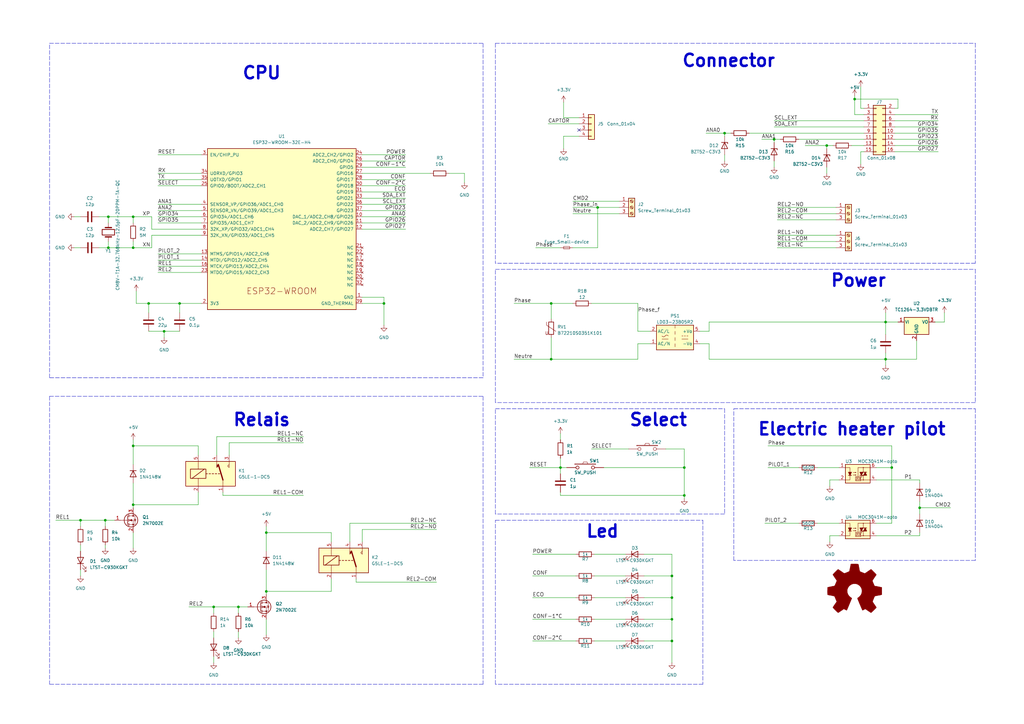
<source format=kicad_sch>
(kicad_sch (version 20230121) (generator eeschema)
  (paper "A3")
  (title_block (title "CaptorBoart"))
  (junction (at 245.11 85.09))
  (junction (at 54.61 101.6))
  (junction (at 54.61 88.9))
  (junction (at 54.61 207.01))
  (junction (at 33.02 213.36))
  (junction (at 280.67 191.77))
  (junction (at 226.06 124.46))
  (junction (at 363.22 147.32))
  (junction (at 275.59 262.89) (diameter 0.9144))
  (junction (at 275.59 254) (diameter 0.9144))
  (junction (at 67.31 135.89))
  (junction (at 339.09 59.69))
  (junction (at 377.19 208.28) (diameter 0.9144))
  (junction (at 297.18 54.61))
  (junction (at 157.48 124.46))
  (junction (at 109.22 218.44))
  (junction (at 73.66 124.46))
  (junction (at 60.96 124.46))
  (junction (at 275.59 245.11) (diameter 0.9144))
  (junction (at 280.67 203.2))
  (junction (at 97.79 248.92))
  (junction (at 226.06 147.32))
  (junction (at 87.63 248.92))
  (junction (at 365.76 191.77) (diameter 0.9144))
  (junction (at 350.52 40.64))
  (junction (at 44.45 88.9))
  (junction (at 109.22 242.57))
  (junction (at 44.45 101.6))
  (junction (at 363.22 132.08))
  (junction (at 43.18 213.36))
  (junction (at 317.5 57.15))
  (junction (at 229.87 191.77))
  (junction (at 275.59 236.22) (diameter 0.9144))
  (junction (at 54.61 182.88))
  (no_connect (at 237.49 53.34))
  (wire (pts (xy 64.77 109.22) (xy 82.55 109.22)))
  (wire (pts (xy 242.57 184.15) (xy 257.81 184.15)))
  (wire (pts (xy 318.77 96.52) (xy 342.9 96.52)))
  (polyline (pts (xy 400.05 165.1) (xy 203.2 165.1)) (stroke (width 0) (type dash)))
  (wire (pts (xy 148.59 78.74) (xy 166.37 78.74)))
  (wire (pts (xy 354.33 52.07) (xy 317.5 52.07)))
  (wire (pts (xy 229.87 194.31) (xy 229.87 191.77)))
  (wire (pts (xy 54.61 182.88) (xy 81.28 182.88)))
  (wire (pts (xy 290.83 132.08) (xy 363.22 132.08)))
  (wire (pts (xy 344.17 196.85) (xy 340.36 196.85)))
  (wire (pts (xy 64.77 106.68) (xy 82.55 106.68)))
  (polyline (pts (xy 20.32 162.56) (xy 198.12 162.56)) (stroke (width 0) (type dash)))
  (wire (pts (xy 247.65 191.77) (xy 280.67 191.77)))
  (polyline (pts (xy 297.18 167.64) (xy 297.18 210.82)) (stroke (width 0) (type dash)))
  (wire (pts (xy 339.09 59.69) (xy 339.09 60.96)))
  (wire (pts (xy 314.96 191.77) (xy 327.66 191.77)))
  (wire (pts (xy 377.19 205.74) (xy 377.19 208.28)))
  (wire (pts (xy 93.98 181.61) (xy 124.46 181.61)))
  (wire (pts (xy 287.02 140.97) (xy 290.83 140.97)))
  (wire (pts (xy 60.96 124.46) (xy 60.96 128.27)))
  (wire (pts (xy 243.84 227.33) (xy 256.54 227.33)))
  (wire (pts (xy 77.47 248.92) (xy 87.63 248.92)))
  (wire (pts (xy 363.22 144.78) (xy 363.22 147.32)))
  (wire (pts (xy 350.52 39.37) (xy 350.52 40.64)))
  (wire (pts (xy 67.31 135.89) (xy 67.31 138.43)))
  (wire (pts (xy 237.49 50.8) (xy 224.79 50.8)))
  (wire (pts (xy 318.77 87.63) (xy 342.9 87.63)))
  (wire (pts (xy 109.22 218.44) (xy 109.22 226.06)))
  (wire (pts (xy 330.2 59.69) (xy 339.09 59.69)))
  (wire (pts (xy 219.71 101.6) (xy 229.87 101.6)))
  (wire (pts (xy 313.69 214.63) (xy 327.66 214.63)))
  (wire (pts (xy 148.59 86.36) (xy 166.37 86.36)))
  (wire (pts (xy 290.83 135.89) (xy 287.02 135.89)))
  (wire (pts (xy 353.06 35.56) (xy 353.06 44.45)))
  (wire (pts (xy 62.23 93.98) (xy 62.23 88.9)))
  (wire (pts (xy 81.28 186.69) (xy 81.28 182.88)))
  (wire (pts (xy 387.35 132.08) (xy 387.35 128.27)))
  (wire (pts (xy 109.22 218.44) (xy 135.89 218.44)))
  (wire (pts (xy 64.77 76.2) (xy 82.55 76.2)))
  (wire (pts (xy 109.22 233.68) (xy 109.22 242.57)))
  (polyline (pts (xy 198.12 280.67) (xy 20.32 280.67)) (stroke (width 0) (type dash)))
  (wire (pts (xy 184.15 71.12) (xy 190.5 71.12)))
  (polyline (pts (xy 198.12 162.56) (xy 198.12 280.67)) (stroke (width 0) (type dash)))
  (polyline (pts (xy 198.12 154.94) (xy 20.32 154.94)) (stroke (width 0) (type dash)))
  (wire (pts (xy 234.95 101.6) (xy 245.11 101.6)))
  (wire (pts (xy 148.59 66.04) (xy 166.37 66.04)))
  (wire (pts (xy 229.87 191.77) (xy 232.41 191.77)))
  (wire (pts (xy 54.61 207.01) (xy 54.61 208.28)))
  (wire (pts (xy 93.98 186.69) (xy 93.98 181.61)))
  (wire (pts (xy 109.22 254) (xy 109.22 260.35)))
  (wire (pts (xy 55.88 119.38) (xy 55.88 124.46)))
  (wire (pts (xy 236.22 245.11) (xy 218.44 245.11)))
  (wire (pts (xy 365.76 182.88) (xy 314.96 182.88)))
  (wire (pts (xy 54.61 99.06) (xy 54.61 101.6)))
  (wire (pts (xy 148.59 217.17) (xy 179.07 217.17)))
  (wire (pts (xy 148.59 93.98) (xy 166.37 93.98)))
  (wire (pts (xy 30.48 88.9) (xy 33.02 88.9)))
  (wire (pts (xy 64.77 104.14) (xy 82.55 104.14)))
  (wire (pts (xy 266.7 140.97) (xy 261.62 140.97)))
  (wire (pts (xy 73.66 124.46) (xy 73.66 128.27)))
  (polyline (pts (xy 203.2 210.82) (xy 203.2 167.64)) (stroke (width 0) (type dash)))
  (wire (pts (xy 73.66 124.46) (xy 60.96 124.46)))
  (wire (pts (xy 229.87 201.93) (xy 229.87 203.2)))
  (wire (pts (xy 340.36 196.85) (xy 340.36 199.39)))
  (wire (pts (xy 33.02 223.52) (xy 33.02 226.06)))
  (wire (pts (xy 143.51 222.25) (xy 143.51 214.63)))
  (wire (pts (xy 43.18 223.52) (xy 43.18 224.79)))
  (wire (pts (xy 109.22 215.9) (xy 109.22 218.44)))
  (wire (pts (xy 210.82 147.32) (xy 226.06 147.32)))
  (wire (pts (xy 43.18 213.36) (xy 46.99 213.36)))
  (wire (pts (xy 341.63 59.69) (xy 339.09 59.69)))
  (polyline (pts (xy 203.2 280.67) (xy 203.2 213.36)) (stroke (width 0) (type dash)))
  (wire (pts (xy 64.77 73.66) (xy 82.55 73.66)))
  (wire (pts (xy 327.66 57.15) (xy 354.33 57.15)))
  (wire (pts (xy 87.63 269.24) (xy 87.63 271.78)))
  (wire (pts (xy 389.89 208.28) (xy 377.19 208.28)))
  (wire (pts (xy 275.59 227.33) (xy 275.59 236.22)))
  (wire (pts (xy 44.45 101.6) (xy 44.45 99.06)))
  (wire (pts (xy 148.59 73.66) (xy 166.37 73.66)))
  (wire (pts (xy 148.59 76.2) (xy 166.37 76.2)))
  (wire (pts (xy 353.06 62.23) (xy 354.33 62.23)))
  (polyline (pts (xy 203.2 17.78) (xy 400.05 17.78)) (stroke (width 0) (type dash)))
  (wire (pts (xy 236.22 254) (xy 218.44 254)))
  (wire (pts (xy 344.17 191.77) (xy 335.28 191.77)))
  (wire (pts (xy 317.5 57.15) (xy 317.5 58.42)))
  (wire (pts (xy 81.28 207.01) (xy 54.61 207.01)))
  (wire (pts (xy 340.36 219.71) (xy 340.36 222.25)))
  (wire (pts (xy 350.52 46.99) (xy 354.33 46.99)))
  (wire (pts (xy 384.81 52.07) (xy 367.03 52.07)))
  (wire (pts (xy 264.16 227.33) (xy 275.59 227.33)))
  (wire (pts (xy 353.06 44.45) (xy 354.33 44.45)))
  (wire (pts (xy 97.79 248.92) (xy 101.6 248.92)))
  (wire (pts (xy 350.52 40.64) (xy 350.52 46.99)))
  (polyline (pts (xy 203.2 165.1) (xy 203.2 110.49)) (stroke (width 0) (type dash)))
  (wire (pts (xy 318.77 85.09) (xy 342.9 85.09)))
  (wire (pts (xy 318.77 101.6) (xy 342.9 101.6)))
  (wire (pts (xy 148.59 63.5) (xy 166.37 63.5)))
  (wire (pts (xy 297.18 63.5) (xy 297.18 66.04)))
  (wire (pts (xy 33.02 233.68) (xy 33.02 236.22)))
  (wire (pts (xy 54.61 180.34) (xy 54.61 182.88)))
  (wire (pts (xy 264.16 262.89) (xy 275.59 262.89)))
  (wire (pts (xy 297.18 54.61) (xy 299.72 54.61)))
  (polyline (pts (xy 20.32 17.78) (xy 198.12 17.78)) (stroke (width 0) (type dash)))
  (polyline (pts (xy 203.2 17.78) (xy 203.2 107.95)) (stroke (width 0) (type dash)))
  (wire (pts (xy 33.02 213.36) (xy 33.02 215.9)))
  (wire (pts (xy 43.18 213.36) (xy 43.18 215.9)))
  (wire (pts (xy 88.9 186.69) (xy 88.9 179.07)))
  (wire (pts (xy 236.22 236.22) (xy 218.44 236.22)))
  (wire (pts (xy 81.28 201.93) (xy 81.28 207.01)))
  (wire (pts (xy 363.22 132.08) (xy 368.3 132.08)))
  (wire (pts (xy 44.45 88.9) (xy 44.45 91.44)))
  (wire (pts (xy 54.61 91.44) (xy 54.61 88.9)))
  (wire (pts (xy 148.59 91.44) (xy 166.37 91.44)))
  (wire (pts (xy 384.81 54.61) (xy 367.03 54.61)))
  (wire (pts (xy 377.19 218.44) (xy 377.19 219.71)))
  (wire (pts (xy 363.22 147.32) (xy 375.92 147.32)))
  (wire (pts (xy 54.61 182.88) (xy 54.61 190.5)))
  (wire (pts (xy 148.59 124.46) (xy 157.48 124.46)))
  (polyline (pts (xy 20.32 162.56) (xy 20.32 280.67)) (stroke (width 0) (type dash)))
  (wire (pts (xy 384.81 46.99) (xy 367.03 46.99)))
  (wire (pts (xy 88.9 179.07) (xy 124.46 179.07)))
  (wire (pts (xy 384.81 57.15) (xy 367.03 57.15)))
  (polyline (pts (xy 400.05 110.49) (xy 400.05 165.1)) (stroke (width 0) (type dash)))
  (wire (pts (xy 226.06 147.32) (xy 261.62 147.32)))
  (wire (pts (xy 275.59 245.11) (xy 275.59 254)))
  (wire (pts (xy 290.83 140.97) (xy 290.83 147.32)))
  (wire (pts (xy 242.57 124.46) (xy 261.62 124.46)))
  (wire (pts (xy 143.51 214.63) (xy 179.07 214.63)))
  (wire (pts (xy 365.76 182.88) (xy 365.76 191.77)))
  (wire (pts (xy 275.59 254) (xy 275.59 262.89)))
  (wire (pts (xy 60.96 135.89) (xy 67.31 135.89)))
  (wire (pts (xy 245.11 85.09) (xy 245.11 101.6)))
  (polyline (pts (xy 288.29 280.67) (xy 203.2 280.67)) (stroke (width 0) (type dash)))
  (wire (pts (xy 82.55 96.52) (xy 62.23 96.52)))
  (wire (pts (xy 64.77 63.5) (xy 82.55 63.5)))
  (wire (pts (xy 234.95 85.09) (xy 245.11 85.09)))
  (wire (pts (xy 148.59 81.28) (xy 166.37 81.28)))
  (wire (pts (xy 229.87 203.2) (xy 280.67 203.2)))
  (wire (pts (xy 91.44 203.2) (xy 124.46 203.2)))
  (wire (pts (xy 64.77 86.36) (xy 82.55 86.36)))
  (wire (pts (xy 231.14 55.88) (xy 231.14 60.96)))
  (wire (pts (xy 297.18 54.61) (xy 297.18 55.88)))
  (wire (pts (xy 229.87 187.96) (xy 229.87 191.77)))
  (wire (pts (xy 190.5 71.12) (xy 190.5 74.93)))
  (wire (pts (xy 243.84 262.89) (xy 256.54 262.89)))
  (wire (pts (xy 22.86 213.36) (xy 33.02 213.36)))
  (wire (pts (xy 264.16 254) (xy 275.59 254)))
  (wire (pts (xy 148.59 222.25) (xy 148.59 217.17)))
  (wire (pts (xy 368.3 40.64) (xy 350.52 40.64)))
  (wire (pts (xy 245.11 85.09) (xy 254 85.09)))
  (wire (pts (xy 157.48 124.46) (xy 157.48 133.35)))
  (polyline (pts (xy 203.2 110.49) (xy 400.05 110.49)) (stroke (width 0) (type dash)))
  (wire (pts (xy 363.22 132.08) (xy 363.22 137.16)))
  (polyline (pts (xy 20.32 154.94) (xy 20.32 17.78)) (stroke (width 0) (type dash)))
  (wire (pts (xy 237.49 55.88) (xy 231.14 55.88)))
  (wire (pts (xy 363.22 128.27) (xy 363.22 132.08)))
  (wire (pts (xy 375.92 147.32) (xy 375.92 139.7)))
  (wire (pts (xy 97.79 259.08) (xy 97.79 261.62)))
  (wire (pts (xy 54.61 88.9) (xy 44.45 88.9)))
  (wire (pts (xy 261.62 124.46) (xy 261.62 135.89)))
  (wire (pts (xy 40.64 101.6) (xy 44.45 101.6)))
  (polyline (pts (xy 400.05 229.87) (xy 300.99 229.87)) (stroke (width 0) (type dash)))
  (wire (pts (xy 363.22 147.32) (xy 363.22 149.86)))
  (wire (pts (xy 135.89 222.25) (xy 135.89 218.44)))
  (wire (pts (xy 344.17 219.71) (xy 340.36 219.71)))
  (wire (pts (xy 365.76 214.63) (xy 359.41 214.63)))
  (wire (pts (xy 280.67 184.15) (xy 280.67 191.77)))
  (wire (pts (xy 243.84 236.22) (xy 256.54 236.22)))
  (wire (pts (xy 62.23 101.6) (xy 54.61 101.6)))
  (wire (pts (xy 237.49 48.26) (xy 231.14 48.26)))
  (wire (pts (xy 60.96 124.46) (xy 55.88 124.46)))
  (polyline (pts (xy 400.05 167.64) (xy 400.05 229.87)) (stroke (width 0) (type dash)))
  (wire (pts (xy 229.87 177.8) (xy 229.87 180.34)))
  (wire (pts (xy 231.14 48.26) (xy 231.14 41.91)))
  (wire (pts (xy 64.77 111.76) (xy 82.55 111.76)))
  (polyline (pts (xy 300.99 167.64) (xy 400.05 167.64)) (stroke (width 0) (type dash)))
  (wire (pts (xy 368.3 44.45) (xy 368.3 40.64)))
  (wire (pts (xy 243.84 254) (xy 256.54 254)))
  (wire (pts (xy 135.89 242.57) (xy 109.22 242.57)))
  (wire (pts (xy 30.48 101.6) (xy 33.02 101.6)))
  (wire (pts (xy 280.67 203.2) (xy 280.67 204.47)))
  (wire (pts (xy 67.31 135.89) (xy 73.66 135.89)))
  (polyline (pts (xy 400.05 107.95) (xy 203.2 107.95)) (stroke (width 0) (type dash)))
  (wire (pts (xy 349.25 59.69) (xy 354.33 59.69)))
  (wire (pts (xy 148.59 71.12) (xy 176.53 71.12)))
  (wire (pts (xy 275.59 236.22) (xy 275.59 245.11)))
  (wire (pts (xy 384.81 49.53) (xy 367.03 49.53)))
  (wire (pts (xy 62.23 88.9) (xy 54.61 88.9)))
  (polyline (pts (xy 297.18 210.82) (xy 203.2 210.82)) (stroke (width 0) (type dash)))
  (wire (pts (xy 146.05 238.76) (xy 179.07 238.76)))
  (wire (pts (xy 377.19 196.85) (xy 377.19 198.12)))
  (wire (pts (xy 254 82.55) (xy 234.95 82.55)))
  (wire (pts (xy 254 87.63) (xy 234.95 87.63)))
  (wire (pts (xy 261.62 135.89) (xy 266.7 135.89)))
  (wire (pts (xy 87.63 259.08) (xy 87.63 261.62)))
  (wire (pts (xy 91.44 201.93) (xy 91.44 203.2)))
  (wire (pts (xy 384.81 59.69) (xy 367.03 59.69)))
  (wire (pts (xy 318.77 99.06) (xy 342.9 99.06)))
  (wire (pts (xy 64.77 88.9) (xy 82.55 88.9)))
  (wire (pts (xy 64.77 91.44) (xy 82.55 91.44)))
  (wire (pts (xy 109.22 242.57) (xy 109.22 243.84)))
  (wire (pts (xy 148.59 121.92) (xy 157.48 121.92)))
  (wire (pts (xy 148.59 68.58) (xy 166.37 68.58)))
  (wire (pts (xy 54.61 101.6) (xy 44.45 101.6)))
  (wire (pts (xy 236.22 227.33) (xy 218.44 227.33)))
  (wire (pts (xy 87.63 248.92) (xy 97.79 248.92)))
  (wire (pts (xy 365.76 191.77) (xy 359.41 191.77)))
  (wire (pts (xy 280.67 191.77) (xy 280.67 203.2)))
  (wire (pts (xy 148.59 83.82) (xy 166.37 83.82)))
  (wire (pts (xy 236.22 262.89) (xy 218.44 262.89)))
  (wire (pts (xy 317.5 66.04) (xy 317.5 68.58)))
  (wire (pts (xy 383.54 132.08) (xy 387.35 132.08)))
  (polyline (pts (xy 198.12 17.78) (xy 198.12 154.94)) (stroke (width 0) (type dash)))
  (wire (pts (xy 290.83 147.32) (xy 363.22 147.32)))
  (wire (pts (xy 210.82 124.46) (xy 226.06 124.46)))
  (wire (pts (xy 359.41 196.85) (xy 377.19 196.85)))
  (polyline (pts (xy 203.2 213.36) (xy 288.29 213.36)) (stroke (width 0) (type dash)))
  (polyline (pts (xy 400.05 17.78) (xy 400.05 107.95)) (stroke (width 0) (type dash)))
  (wire (pts (xy 339.09 68.58) (xy 339.09 71.12)))
  (wire (pts (xy 54.61 218.44) (xy 54.61 224.79)))
  (wire (pts (xy 307.34 54.61) (xy 354.33 54.61)))
  (wire (pts (xy 320.04 57.15) (xy 317.5 57.15)))
  (wire (pts (xy 261.62 140.97) (xy 261.62 147.32)))
  (wire (pts (xy 344.17 214.63) (xy 335.28 214.63)))
  (wire (pts (xy 290.83 132.08) (xy 290.83 135.89)))
  (wire (pts (xy 135.89 237.49) (xy 135.89 242.57)))
  (polyline (pts (xy 300.99 229.87) (xy 300.99 167.64)) (stroke (width 0) (type dash)))
  (wire (pts (xy 87.63 248.92) (xy 87.63 251.46)))
  (wire (pts (xy 148.59 88.9) (xy 166.37 88.9)))
  (polyline (pts (xy 288.29 213.36) (xy 288.29 280.67)) (stroke (width 0) (type dash)))
  (wire (pts (xy 264.16 245.11) (xy 275.59 245.11)))
  (polyline (pts (xy 203.2 167.64) (xy 297.18 167.64)) (stroke (width 0) (type dash)))
  (wire (pts (xy 64.77 83.82) (xy 82.55 83.82)))
  (wire (pts (xy 54.61 198.12) (xy 54.61 207.01)))
  (wire (pts (xy 384.81 62.23) (xy 367.03 62.23)))
  (wire (pts (xy 377.19 208.28) (xy 377.19 210.82)))
  (wire (pts (xy 359.41 219.71) (xy 377.19 219.71)))
  (wire (pts (xy 318.77 90.17) (xy 342.9 90.17)))
  (wire (pts (xy 312.42 57.15) (xy 317.5 57.15)))
  (wire (pts (xy 365.76 191.77) (xy 365.76 214.63)))
  (wire (pts (xy 33.02 213.36) (xy 43.18 213.36)))
  (wire (pts (xy 82.55 124.46) (xy 73.66 124.46)))
  (wire (pts (xy 62.23 96.52) (xy 62.23 101.6)))
  (wire (pts (xy 64.77 71.12) (xy 82.55 71.12)))
  (wire (pts (xy 289.56 54.61) (xy 297.18 54.61)))
  (wire (pts (xy 157.48 121.92) (xy 157.48 124.46)))
  (wire (pts (xy 226.06 138.43) (xy 226.06 147.32)))
  (wire (pts (xy 273.05 184.15) (xy 280.67 184.15)))
  (wire (pts (xy 275.59 262.89) (xy 275.59 271.78)))
  (wire (pts (xy 226.06 124.46) (xy 234.95 124.46)))
  (wire (pts (xy 97.79 248.92) (xy 97.79 251.46)))
  (wire (pts (xy 146.05 237.49) (xy 146.05 238.76)))
  (wire (pts (xy 354.33 49.53) (xy 317.5 49.53)))
  (wire (pts (xy 243.84 245.11) (xy 256.54 245.11)))
  (wire (pts (xy 82.55 93.98) (xy 62.23 93.98)))
  (wire (pts (xy 353.06 62.23) (xy 353.06 67.31)))
  (wire (pts (xy 264.16 236.22) (xy 275.59 236.22)))
  (wire (pts (xy 367.03 44.45) (xy 368.3 44.45)))
  (wire (pts (xy 40.64 88.9) (xy 44.45 88.9)))
  (wire (pts (xy 217.17 191.77) (xy 229.87 191.77)))
  (wire (pts (xy 226.06 124.46) (xy 226.06 130.81)))
  (text "Power" (at 340.36 118.11 0) (effects (font (size 5.0038 5.0038) (thickness 1.0008) bold) (justify left bottom)))
  (text "Led" (at 240.03 220.98 0) (effects (font (size 5.0038 5.0038) (thickness 1.0008) bold) (justify left bottom)))
  (text "CPU" (at 99.06 33.02 0) (effects (font (size 5.0038 5.0038) (thickness 1.0008) bold) (justify left bottom)))
  (text "Select" (at 257.81 175.26 0) (effects (font (size 5.0038 5.0038) (thickness 1.0008) bold) (justify left bottom)))
  (text "Electric heater pilot" (at 310.4896 179.07 0) (effects (font (size 5.0038 5.0038) (thickness 1.0008) bold) (justify left bottom)))
  (text "Connector" (at 279.4 27.94 0) (effects (font (size 5.0038 5.0038) (thickness 1.0008) bold) (justify left bottom)))
  (text "Relais" (at 95.25 175.26 0) (effects (font (size 5.0038 5.0038) (thickness 1.0008) bold) (justify left bottom)))
  (label "SELECT" (at 64.77 76.2 0) (effects (font (size 1.524 1.524))))
  (label "GPIO27" (at 384.81 62.23 180) (effects (font (size 1.524 1.524))))
  (label "REL2-NO" (at 179.07 217.17 180) (effects (font (size 1.524 1.524))))
  (label "RESET" (at 64.77 63.5 0) (effects (font (size 1.524 1.524))))
  (label "RESET" (at 217.17 191.77 0) (effects (font (size 1.524 1.524))))
  (label "GPIO23" (at 166.37 86.36 180) (effects (font (size 1.524 1.524))))
  (label "CONF" (at 166.37 73.66 180) (effects (font (size 1.524 1.524))))
  (label "POWER" (at 218.44 227.33 0) (effects (font (size 1.524 1.524))))
  (label "REL1-NC" (at 318.77 101.6 0) (effects (font (size 1.524 1.524))))
  (label "Neutre" (at 210.82 147.32 0) (effects (font (size 1.524 1.524))))
  (label "REL2-NC" (at 318.77 90.17 0) (effects (font (size 1.524 1.524))))
  (label "ANA2" (at 64.77 86.36 0) (effects (font (size 1.524 1.524))))
  (label "Phase_f" (at 261.62 128.27 0) (effects (font (size 1.524 1.524))))
  (label "Phase" (at 210.82 124.46 0) (effects (font (size 1.524 1.524))))
  (label "TX" (at 384.81 46.99 180) (effects (font (size 1.524 1.524))))
  (label "REL1-COM" (at 124.46 203.2 180) (effects (font (size 1.524 1.524))))
  (label "GPIO23" (at 384.81 57.15 180) (effects (font (size 1.524 1.524))))
  (label "GPIO27" (at 166.37 93.98 180) (effects (font (size 1.524 1.524))))
  (label "CAPTOR" (at 166.37 66.04 180) (effects (font (size 1.524 1.524))))
  (label "Neutre" (at 234.95 87.63 0) (effects (font (size 1.524 1.524))))
  (label "CONF" (at 218.44 236.22 0) (effects (font (size 1.524 1.524))))
  (label "CONF-2°C" (at 166.37 76.2 180) (effects (font (size 1.524 1.524))))
  (label "SCL_EXT" (at 317.5 49.53 0) (effects (font (size 1.524 1.524))))
  (label "CONF-1°C" (at 166.37 68.58 180) (effects (font (size 1.524 1.524))))
  (label "REL2-COM" (at 179.07 238.76 180) (effects (font (size 1.524 1.524))))
  (label "ANA2" (at 330.2 59.69 0) (effects (font (size 1.524 1.524))))
  (label "RX" (at 384.81 49.53 180) (effects (font (size 1.524 1.524))))
  (label "REL1-NC" (at 124.46 179.07 180) (effects (font (size 1.524 1.524))))
  (label "SCL_EXT" (at 166.37 83.82 180) (effects (font (size 1.524 1.524))))
  (label "CONF-2°C" (at 218.44 262.89 0) (effects (font (size 1.524 1.524))))
  (label "REL2-NO" (at 318.77 85.09 0) (effects (font (size 1.524 1.524))))
  (label "CONF-1°C" (at 218.44 254 0) (effects (font (size 1.524 1.524))))
  (label "REL1-NO" (at 318.77 96.52 0) (effects (font (size 1.524 1.524))))
  (label "PILOT_1" (at 314.96 191.77 0) (effects (font (size 1.524 1.524))))
  (label "GPIO35" (at 64.77 91.44 0) (effects (font (size 1.524 1.524))))
  (label "REL2" (at 64.77 111.76 0) (effects (font (size 1.524 1.524))))
  (label "REL1" (at 64.77 109.22 0) (effects (font (size 1.524 1.524))))
  (label "ANA0" (at 289.56 54.61 0) (effects (font (size 1.524 1.524))))
  (label "REL2" (at 77.47 248.92 0) (effects (font (size 1.524 1.524))))
  (label "REL1" (at 22.86 213.36 0) (effects (font (size 1.524 1.524))))
  (label "REL1-COM" (at 318.77 99.06 0) (effects (font (size 1.524 1.524))))
  (label "ANA1" (at 64.77 83.82 0) (effects (font (size 1.524 1.524))))
  (label "PILOT_2" (at 64.77 104.14 0) (effects (font (size 1.524 1.524))))
  (label "RX" (at 64.77 71.12 0) (effects (font (size 1.524 1.524))))
  (label "TX" (at 64.77 73.66 0) (effects (font (size 1.524 1.524))))
  (label "ECO" (at 166.37 78.74 180) (effects (font (size 1.524 1.524))))
  (label "GPIO34" (at 64.77 88.9 0) (effects (font (size 1.524 1.524))))
  (label "P1" (at 374.0912 196.85 180) (effects (font (size 1.524 1.524))))
  (label "PILOT_1" (at 64.77 106.68 0) (effects (font (size 1.524 1.524))))
  (label "SDA_EXT" (at 166.37 81.28 180) (effects (font (size 1.524 1.524))))
  (label "CMD2" (at 234.95 82.55 0) (effects (font (size 1.524 1.524))))
  (label "REL2-NC" (at 179.07 214.63 180) (effects (font (size 1.524 1.524))))
  (label "REL2-COM" (at 318.77 87.63 0) (effects (font (size 1.524 1.524))))
  (label "ANA1" (at 312.42 57.15 0) (effects (font (size 1.524 1.524))))
  (label "Phase" (at 219.71 101.6 0) (effects (font (size 1.524 1.524))))
  (label "GPIO34" (at 384.81 52.07 180) (effects (font (size 1.524 1.524))))
  (label "CAPTOR" (at 224.79 50.8 0) (effects (font (size 1.524 1.524))))
  (label "SDA_EXT" (at 317.5 52.07 0) (effects (font (size 1.524 1.524))))
  (label "GPIO26" (at 166.37 91.44 180) (effects (font (size 1.524 1.524))))
  (label "GPIO26" (at 384.81 59.69 180) (effects (font (size 1.524 1.524))))
  (label "GPIO35" (at 384.81 54.61 180) (effects (font (size 1.524 1.524))))
  (label "ECO" (at 218.44 245.11 0) (effects (font (size 1.524 1.524))))
  (label "PILOT_2" (at 313.69 214.63 0) (effects (font (size 1.524 1.524))))
  (label "XN" (at 58.42 101.6 0) (effects (font (size 1.524 1.524))))
  (label "POWER" (at 166.37 63.5 180) (effects (font (size 1.524 1.524))))
  (label "P2" (at 373.9896 219.71 180) (effects (font (size 1.524 1.524))))
  (label "Phase_in" (at 234.95 85.09 0) (effects (font (size 1.524 1.524))))
  (label "Phase" (at 314.96 182.88 0) (effects (font (size 1.524 1.524))))
  (label "ANA0" (at 166.37 88.9 180) (effects (font (size 1.524 1.524))))
  (label "SELECT" (at 242.57 184.15 0) (effects (font (size 1.524 1.524))))
  (label "XP" (at 58.42 88.9 0) (effects (font (size 1.524 1.524))))
  (label "REL1-NO" (at 124.46 181.61 180) (effects (font (size 1.524 1.524))))
  (label "CMD2" (at 383.54 208.28 0) (effects (font (size 1.524 1.524))))
  (symbol (lib_id "Device:LED") (at 260.35 227.33 0) (unit 1)
    (property "Reference" "D3" (at 260.35 224.79 0))
    (property "Value" "LTST-C930KGKT" (at 260.35 229.87 0))
    (property "Footprint" "LED_SMD:LED_1210_3225Metric_Pad1.42x2.65mm_HandSolder" (effects hide))
    (property "Datasheet" "https://www.mouser.fr/datasheet/2/239/LTST-C930KGKT-1144029.pdf" (effects hide))
    (property "manf#" "LTST-C930KGKT" (effects hide))
  )
  (symbol (lib_id "Device:LED") (at 260.35 236.22 0) (unit 1)
    (property "Reference" "D4" (at 260.35 233.68 0))
    (property "Value" "LTST-C930KGKT" (at 260.35 238.76 0))
    (property "Footprint" "LED_SMD:LED_1210_3225Metric_Pad1.42x2.65mm_HandSolder" (effects hide))
    (property "Datasheet" "https://www.mouser.fr/datasheet/2/239/LTST-C930KGKT-1144029.pdf" (effects hide))
    (property "manf#" "LTST-C930KGKT" (effects hide))
  )
  (symbol (lib_id "Device:LED") (at 260.35 245.11 0) (unit 1)
    (property "Reference" "D5" (at 260.35 242.57 0))
    (property "Value" "LTST-C930KGKT" (at 260.35 247.65 0))
    (property "Footprint" "LED_SMD:LED_1210_3225Metric_Pad1.42x2.65mm_HandSolder" (effects hide))
    (property "Datasheet" "https://www.mouser.fr/datasheet/2/239/LTST-C930KGKT-1144029.pdf" (effects hide))
    (property "manf#" "LTST-C930KGKT" (effects hide))
  )
  (symbol (lib_id "Device:LED") (at 260.35 254 0) (unit 1)
    (property "Reference" "D6" (at 260.35 251.46 0))
    (property "Value" "LTST-C930KGKT" (at 260.35 256.54 0))
    (property "Footprint" "LED_SMD:LED_1210_3225Metric_Pad1.42x2.65mm_HandSolder" (effects hide))
    (property "Datasheet" "https://www.mouser.fr/datasheet/2/239/LTST-C930KGKT-1144029.pdf" (effects hide))
    (property "manf#" "LTST-C930KGKT" (effects hide))
  )
  (symbol (lib_id "Device:LED") (at 260.35 262.89 0) (unit 1)
    (property "Reference" "D7" (at 260.35 260.35 0))
    (property "Value" "LTST-C930KGKT" (at 260.35 265.43 0))
    (property "Footprint" "LED_SMD:LED_1210_3225Metric_Pad1.42x2.65mm_HandSolder" (effects hide))
    (property "Datasheet" "https://www.mouser.fr/datasheet/2/239/LTST-C930KGKT-1144029.pdf" (effects hide))
    (property "manf#" "LTST-C930KGKT" (effects hide))
  )
  (symbol (lib_id "Device:R") (at 240.03 227.33 270) (unit 1)
    (property "Reference" "R7" (at 240.03 229.362 90))
    (property "Value" "1k" (at 240.03 227.33 90))
    (property "Footprint" "Resistor_SMD:R_1210_3225Metric_Pad1.30x2.65mm_HandSolder" (effects hide))
    (property "Datasheet" "https://www.mouser.fr/datasheet/2/210/Kamaya_RMC_series_8_2022-3032447.pdf" (effects hide))
    (property "manf#" "RMCF1210JT1K00" (effects hide))
  )
  (symbol (lib_id "Device:R") (at 240.03 236.22 270) (unit 1)
    (property "Reference" "R8" (at 240.03 238.252 90))
    (property "Value" "1k" (at 240.03 236.22 90))
    (property "Footprint" "Resistor_SMD:R_1210_3225Metric_Pad1.30x2.65mm_HandSolder" (effects hide))
    (property "Datasheet" "https://www.mouser.fr/datasheet/2/210/Kamaya_RMC_series_8_2022-3032447.pdf" (effects hide))
    (property "manf#" "RMCF1210JT1K00" (effects hide))
  )
  (symbol (lib_id "Device:R") (at 240.03 245.11 270) (unit 1)
    (property "Reference" "R9" (at 240.03 247.142 90))
    (property "Value" "1k" (at 240.03 245.11 90))
    (property "Footprint" "Resistor_SMD:R_1210_3225Metric_Pad1.30x2.65mm_HandSolder" (effects hide))
    (property "Datasheet" "https://www.mouser.fr/datasheet/2/210/Kamaya_RMC_series_8_2022-3032447.pdf" (effects hide))
    (property "manf#" "RMCF1210JT1K00" (effects hide))
  )
  (symbol (lib_id "Device:R") (at 240.03 254 270) (unit 1)
    (property "Reference" "R10" (at 240.03 256.032 90))
    (property "Value" "1k" (at 240.03 254 90))
    (property "Footprint" "Resistor_SMD:R_1210_3225Metric_Pad1.30x2.65mm_HandSolder" (effects hide))
    (property "Datasheet" "https://www.mouser.fr/datasheet/2/210/Kamaya_RMC_series_8_2022-3032447.pdf" (effects hide))
    (property "manf#" "RMCF1210JT1K00" (effects hide))
  )
  (symbol (lib_id "Device:R") (at 240.03 262.89 270) (unit 1)
    (property "Reference" "R11" (at 240.03 264.922 90))
    (property "Value" "1k" (at 240.03 262.89 90))
    (property "Footprint" "Resistor_SMD:R_1210_3225Metric_Pad1.30x2.65mm_HandSolder" (effects hide))
    (property "Datasheet" "https://www.mouser.fr/datasheet/2/210/Kamaya_RMC_series_8_2022-3032447.pdf" (effects hide))
    (property "manf#" "RMCF1210JT1K00" (effects hide))
  )
  (symbol (lib_id "CaptorBoard-rescue:SW_PUSH") (at 265.43 184.15 0) (unit 1)
    (property "Reference" "SW2" (at 269.24 181.356 0))
    (property "Value" "SW_PUSH" (at 265.43 186.182 0))
    (property "Footprint" "Button_Switch_THT:SW_Tactile_SKHH_Angled" (effects hide))
    (property "Datasheet" "https://www.mouser.fr/datasheet/2/15/SKHH-1370651.pdf" (effects hide))
    (property "manf#" "TL1105VF100Q" (effects hide))
  )
  (symbol (lib_id "Device:R") (at 331.47 191.77 270) (unit 1)
    (property "Reference" "R12" (at 331.47 193.802 90))
    (property "Value" "560R" (at 331.47 191.77 90))
    (property "Footprint" "Resistor_SMD:R_1210_3225Metric_Pad1.30x2.65mm_HandSolder" (effects hide))
    (property "Datasheet" "https://www.mouser.fr/datasheet/2/219/RK73B-1825463.pdf" (effects hide))
    (property "manf#" "RK73B2ETTD561J" (effects hide))
  )
  (symbol (lib_id "Device:R") (at 331.47 214.63 270) (unit 1)
    (property "Reference" "R13" (at 331.47 216.662 90))
    (property "Value" "560R" (at 331.47 214.63 90))
    (property "Footprint" "Resistor_SMD:R_1210_3225Metric_Pad1.30x2.65mm_HandSolder" (effects hide))
    (property "Datasheet" "https://www.mouser.fr/datasheet/2/219/RK73B-1825463.pdf" (effects hide))
    (property "manf#" "RK73B2ETTD561J" (effects hide))
  )
  (symbol (lib_id "CaptorBoard-rescue:SW_PUSH") (at 240.03 191.77 0) (unit 1)
    (property "Reference" "SW1" (at 243.84 188.976 0))
    (property "Value" "SW_PUSH" (at 240.03 193.802 0))
    (property "Footprint" "Button_Switch_THT:SW_Tactile_SKHH_Angled" (effects hide))
    (property "Datasheet" "https://www.mouser.fr/datasheet/2/15/SKHH-1370651.pdf" (effects hide))
    (property "manf#" "TL1105VF100Q" (effects hide))
  )
  (symbol (lib_name "MOC3041M-opto_1") (lib_id "CaptorBoard-rescue:MOC3041M-opto") (at 351.79 194.31 0) (unit 1)
    (property "Reference" "U3" (at 346.71 189.23 0) (effects (justify left)))
    (property "Value" "MOC3041M-opto" (at 351.79 189.23 0) (effects (justify left)))
    (property "Footprint" "Package_DIP:DIP-6_W7.62mm" (effects hide))
    (property "Datasheet" "https://www.mouser.fr/datasheet/2/308/1/MOC3043M_D-1811826.pdf" (effects hide))
    (property "manf#" "MOC3041M" (effects hide))
  )
  (symbol (lib_id "CaptorBoard-rescue:MOC3041M-opto") (at 351.79 217.17 0) (unit 1)
    (property "Reference" "U4" (at 346.71 212.09 0) (effects (justify left)))
    (property "Value" "MOC3041M-opto" (at 351.79 212.09 0) (effects (justify left)))
    (property "Footprint" "Package_DIP:DIP-6_W7.62mm" (effects hide))
    (property "Datasheet" "https://www.mouser.fr/datasheet/2/308/1/MOC3043M_D-1811826.pdf" (effects hide))
    (property "manf#" "MOC3041M" (effects hide))
  )
  (symbol (lib_id "CaptorBoard-rescue:Fuse_Small-device") (at 232.41 101.6 0) (unit 1)
    (property "Reference" "F1" (at 232.41 96.901 0))
    (property "Value" "Fuse_Small-device" (at 232.41 99.2124 0))
    (property "Footprint" "Fuse:Fuse_Schurter_UMT250" (effects hide))
    (property "Datasheet" "https://www.mouser.fr/datasheet/2/240/Littelfuse_Fuse_443_Datasheet_pdf-1102277.pdf" (effects hide))
    (property "manf#" "3405.0166.11" (effects hide))
  )
  (symbol (lib_id "power:+3.3V") (at 353.06 35.56 0) (unit 1)
    (property "Reference" "#PWR0126" (effects hide))
    (property "Value" "+3.3V" (at 353.06 30.48 0))
  )
  (symbol (lib_id "Device:R") (at 229.87 184.15 180) (unit 1)
    (property "Reference" "R1" (at 232.41 182.8799 0) (effects (justify right)))
    (property "Value" "1k" (at 232.41 185.4199 0) (effects (justify right)))
    (property "Footprint" "Resistor_SMD:R_1210_3225Metric_Pad1.30x2.65mm_HandSolder" (effects hide))
    (property "Datasheet" "https://www.mouser.fr/datasheet/2/210/Kamaya_RMC_series_8_2022-3032447.pdf" (effects hide))
    (property "manf#" "RMCF1210JT1K00" (effects hide))
  )
  (symbol (lib_id "Device:R") (at 97.79 255.27 0) (unit 1)
    (property "Reference" "R6" (at 100.33 253.9999 0) (effects (justify left)))
    (property "Value" "10k" (at 100.33 256.5399 0) (effects (justify left)))
    (property "Footprint" "Resistor_SMD:R_1210_3225Metric_Pad1.30x2.65mm_HandSolder" (effects hide))
    (property "Datasheet" "https://www.mouser.fr/datasheet/2/219/RK73B-1825463.pdf" (effects hide))
    (property "manf#" "RMCF1210FT10K0" (effects hide))
  )
  (symbol (lib_id "Device:R") (at 345.44 59.69 90) (unit 1)
    (property "Reference" "R17" (at 345.44 64.77 90))
    (property "Value" "10k" (at 345.44 62.23 90))
    (property "Footprint" "Resistor_SMD:R_1210_3225Metric_Pad1.30x2.65mm_HandSolder" (effects hide))
    (property "Datasheet" "https://www.mouser.fr/datasheet/2/219/RK73B-1825463.pdf" (effects hide))
    (property "manf#" "RMCF1210FT10K0" (effects hide))
  )
  (symbol (lib_id "power:+5V") (at 363.22 128.27 0) (unit 1)
    (property "Reference" "#PWR0108" (effects hide))
    (property "Value" "+5V" (at 363.22 123.19 0))
  )
  (symbol (lib_id "Device:R") (at 180.34 71.12 90) (unit 1)
    (property "Reference" "R3" (at 180.34 64.77 90))
    (property "Value" "10k" (at 180.34 67.31 90))
    (property "Footprint" "Resistor_SMD:R_1210_3225Metric_Pad1.30x2.65mm_HandSolder" (effects hide))
    (property "Datasheet" "https://www.mouser.fr/datasheet/2/219/RK73B-1825463.pdf" (effects hide))
    (property "manf#" "RMCF1210FT10K0" (effects hide))
  )
  (symbol (lib_id "power:GND") (at 363.22 149.86 0) (unit 1)
    (property "Reference" "#PWR04" (effects hide))
    (property "Value" "GND" (at 363.22 154.94 0))
  )
  (symbol (lib_id "power:GND") (at 340.36 199.39 0) (unit 1)
    (property "Reference" "#PWR05" (effects hide))
    (property "Value" "GND" (at 340.36 204.47 0))
  )
  (symbol (lib_id "Connector_Generic:Conn_02x08_Odd_Even") (at 359.41 52.07 0) (unit 1) (in_bom no)
    (property "Reference" "J7" (at 359.41 41.91 0) (effects (justify left)))
    (property "Value" "Conn_01x08" (at 355.6 64.77 0) (effects (justify left)))
    (property "Footprint" "Connector_PinHeader_2.54mm:PinHeader_2x08_P2.54mm_Vertical" (effects hide))
  )
  (symbol (lib_id "power:+5V") (at 350.52 39.37 0) (unit 1)
    (property "Reference" "#PWR08" (effects hide))
    (property "Value" "+5V" (at 350.52 35.8681 0))
  )
  (symbol (lib_id "Device:R") (at 238.76 124.46 90) (unit 1)
    (property "Reference" "R18" (at 238.76 119.38 90))
    (property "Value" "12" (at 238.76 121.92 90))
    (property "Footprint" "Resistor_SMD:R_2512_6332Metric_Pad1.40x3.35mm_HandSolder" (effects hide))
    (property "manf#" "352212RJT" (effects hide))
  )
  (symbol (lib_id "power:GND") (at 157.48 133.35 0) (unit 1)
    (property "Reference" "#PWR0103" (effects hide))
    (property "Value" "GND" (at 157.48 138.43 0))
  )
  (symbol (lib_id "Connector:Screw_Terminal_01x03") (at 347.98 99.06 0) (unit 1)
    (property "Reference" "J6" (at 350.52 97.7899 0) (effects (justify left)))
    (property "Value" "Screw_Terminal_01x03" (at 350.52 100.3299 0) (effects (justify left)))
    (property "Footprint" "TerminalBlock_Phoenix:TerminalBlock_Phoenix_MKDS-1,5-3-5.08_1x03_P5.08mm_Horizontal" (effects hide))
    (property "Datasheet" "https://www.mouser.fr/datasheet/2/670/tb007_508-2306759.pdf" (effects hide))
    (property "manf#" "TB007-508-03BE" (effects hide))
  )
  (symbol (lib_id "Relay:G5LE-1") (at 140.97 229.87 0) (unit 1)
    (property "Reference" "K2" (at 152.4 228.5999 0) (effects (justify left)))
    (property "Value" "G5LE-1-DC5" (at 152.4 231.1399 0) (effects (justify left)))
    (property "Footprint" "Relay_THT:Relay_SPDT_Omron-G5LE-1" (effects hide))
    (property "Datasheet" "http://www.omron.com/ecb/products/pdf/en-g5le.pdf" (effects hide))
    (property "manf#" "G5LE-1-DC5" (effects hide))
  )
  (symbol (lib_id "Graphic:Logo_Open_Hardware_Large") (at 350.52 242.57 0) (unit 1) (in_bom no)
    (property "Reference" "SYM1" (effects hide))
    (property "Value" "Logo_Open_Hardware_Large" (effects hide))
    (property "Footprint" "Symbol:OSHW-Logo2_14.6x12mm_SilkScreen" (effects hide))
    (property "Sim.Enable" "0" (effects hide))
  )
  (symbol (lib_id "power:GND") (at 231.14 60.96 0) (unit 1)
    (property "Reference" "#PWR01" (effects hide))
    (property "Value" "GND" (at 231.14 65.0955 0))
  )
  (symbol (lib_id "power:+3.3V") (at 55.88 119.38 0) (unit 1)
    (property "Reference" "#PWR0101" (effects hide))
    (property "Value" "+3.3V" (at 55.88 114.3 0))
  )
  (symbol (lib_id "Device:C") (at 36.83 88.9 90) (unit 1)
    (property "Reference" "C2" (at 36.83 81.28 90))
    (property "Value" "12p" (at 36.83 83.82 90))
    (property "Footprint" "Capacitor_SMD:C_1206_3216Metric_Pad1.33x1.80mm_HandSolder" (effects hide))
    (property "Datasheet" "https://www.mouser.fr/datasheet/2/212/KEM_C1007_X8R_ULTRA_150C_SMD-1102703.pdf" (effects hide))
    (property "manf#" "C1206C120J5GAC7800" (effects hide))
  )
  (symbol (lib_id "power:GND") (at 30.48 101.6 270) (unit 1)
    (property "Reference" "#PWR0105" (effects hide))
    (property "Value" "GND" (at 26.67 101.5999 90) (effects (justify right)))
  )
  (symbol (lib_id "Transistor_FET:2N7002E") (at 106.68 248.92 0) (unit 1)
    (property "Reference" "Q2" (at 113.03 247.6499 0) (effects (justify left)))
    (property "Value" "2N7002E" (at 113.03 250.1899 0) (effects (justify left)))
    (property "Footprint" "Package_TO_SOT_SMD:SOT-23" (effects hide))
    (property "Datasheet" "http://www.diodes.com/assets/Datasheets/ds30376.pdf" (effects hide))
    (property "manf#" "T2N7002BK\\,LM" (effects hide))
  )
  (symbol (lib_id "Device:LED") (at 87.63 265.43 90) (unit 1)
    (property "Reference" "D8" (at 91.44 265.7474 90) (effects (justify right)))
    (property "Value" "LTST-C930KGKT" (at 91.44 268.2874 90) (effects (justify right)))
    (property "Footprint" "LED_SMD:LED_1210_3225Metric_Pad1.42x2.65mm_HandSolder" (effects hide))
    (property "Datasheet" "https://www.mouser.fr/datasheet/2/239/LTST-C930KGKT-1144029.pdf" (effects hide))
    (property "manf#" "LTST-C930KGKT" (effects hide))
  )
  (symbol (lib_id "Espressif:ESP32-WROOM-E") (at 115.57 93.98 0) (unit 1)
    (property "Reference" "U1" (at 115.57 55.88 0))
    (property "Value" "ESP32-WROOM-32E-H4" (at 115.57 58.42 0))
    (property "Footprint" "Espressif:ESP32-WROOM-32E" (effects hide))
    (property "Datasheet" "https://www.espressif.com/sites/default/files/documentation/esp32-wroom-32e_esp32-wroom-32ue_datasheet_en.pdf" (effects hide))
    (property "manf#" "ESP32-WROOM-32E-H4" (effects hide))
  )
  (symbol (lib_id "power:GND") (at 340.36 222.25 0) (unit 1)
    (property "Reference" "#PWR06" (effects hide))
    (property "Value" "GND" (at 340.36 227.33 0))
  )
  (symbol (lib_id "power:+5V") (at 54.61 180.34 0) (unit 1)
    (property "Reference" "#PWR0106" (effects hide))
    (property "Value" "+5V" (at 54.61 175.26 0))
  )
  (symbol (lib_id "Connector_Generic:Conn_01x04") (at 242.57 50.8 0) (unit 1) (in_bom no)
    (property "Reference" "J5" (at 245.11 50.7999 0) (effects (justify left)))
    (property "Value" "Conn_01x04" (at 248.92 50.8 0) (effects (justify left)))
    (property "Footprint" "Connector_PinHeader_2.54mm:PinHeader_1x04_P2.54mm_Vertical" (effects hide))
  )
  (symbol (lib_id "Diode:1N4148W") (at 54.61 194.31 270) (unit 1)
    (property "Reference" "D2" (at 57.15 193.0399 90) (effects (justify left)))
    (property "Value" "1N4148W" (at 57.15 195.5799 90) (effects (justify left)))
    (property "Footprint" "Diode_SMD:D_SOD-123" (effects hide))
    (property "Datasheet" "https://www.vishay.com/docs/85748/1n4148w.pdf" (effects hide))
    (property "manf#" "1N4148W-E3-08" (effects hide))
  )
  (symbol (lib_id "power:GND") (at 87.63 271.78 0) (unit 1)
    (property "Reference" "#PWR0114" (effects hide))
    (property "Value" "GND" (at 87.63 276.86 0))
  )
  (symbol (lib_id "power:GND") (at 54.61 224.79 0) (unit 1)
    (property "Reference" "#PWR0111" (effects hide))
    (property "Value" "GND" (at 54.61 229.87 0))
  )
  (symbol (lib_id "Diode:1N4148W") (at 109.22 229.87 270) (unit 1)
    (property "Reference" "D11" (at 111.76 228.5999 90) (effects (justify left)))
    (property "Value" "1N4148W" (at 111.76 231.1399 90) (effects (justify left)))
    (property "Footprint" "Diode_SMD:D_SOD-123" (effects hide))
    (property "Datasheet" "https://www.vishay.com/docs/85748/1n4148w.pdf" (effects hide))
    (property "manf#" "1N4148W-E3-08" (effects hide))
  )
  (symbol (lib_id "Connector:Screw_Terminal_01x03") (at 347.98 87.63 0) (unit 1)
    (property "Reference" "J3" (at 350.52 86.3599 0) (effects (justify left)))
    (property "Value" "Screw_Terminal_01x03" (at 350.52 88.8999 0) (effects (justify left)))
    (property "Footprint" "TerminalBlock_Phoenix:TerminalBlock_Phoenix_MKDS-1,5-3-5.08_1x03_P5.08mm_Horizontal" (effects hide))
    (property "Datasheet" "https://www.mouser.fr/datasheet/2/670/tb007_508-2306759.pdf" (effects hide))
    (property "manf#" "TB007-508-03BE" (effects hide))
  )
  (symbol (lib_id "Connector:Screw_Terminal_01x03") (at 259.08 85.09 0) (unit 1)
    (property "Reference" "J2" (at 261.62 83.8199 0) (effects (justify left)))
    (property "Value" "Screw_Terminal_01x03" (at 261.62 86.3599 0) (effects (justify left)))
    (property "Footprint" "TerminalBlock_Phoenix:TerminalBlock_Phoenix_MKDS-1,5-3-5.08_1x03_P5.08mm_Horizontal" (effects hide))
    (property "Datasheet" "https://www.mouser.fr/datasheet/2/670/tb007_508-2306759.pdf" (effects hide))
    (property "manf#" "TB007-508-03BE" (effects hide))
  )
  (symbol (lib_id "power:GND") (at 109.22 260.35 0) (unit 1)
    (property "Reference" "#PWR0113" (effects hide))
    (property "Value" "GND" (at 109.22 265.43 0))
  )
  (symbol (lib_id "power:+5V") (at 109.22 215.9 0) (unit 1)
    (property "Reference" "#PWR0107" (effects hide))
    (property "Value" "+5V" (at 109.22 210.82 0))
  )
  (symbol (lib_id "power:GND") (at 353.06 67.31 0) (unit 1)
    (property "Reference" "#PWR02" (effects hide))
    (property "Value" "GND" (at 353.06 71.4455 0))
  )
  (symbol (lib_id "power:GND") (at 190.5 74.93 0) (unit 1)
    (property "Reference" "#PWR0102" (effects hide))
    (property "Value" "GND" (at 190.5 80.01 0))
  )
  (symbol (lib_id "Diode:1N4004") (at 377.19 201.93 270) (unit 1)
    (property "Reference" "D9" (at 379.222 201.2863 90) (effects (justify left)))
    (property "Value" "1N4004" (at 379.222 203.2073 90) (effects (justify left)))
    (property "Footprint" "Diode_THT:D_DO-41_SOD81_P7.62mm_Horizontal" (effects hide))
    (property "Datasheet" "http://www.vishay.com/docs/88503/1n4001.pdf" (effects hide))
    (property "Sim.Device" "D" (effects hide))
    (property "Sim.Pins" "1=K 2=A" (effects hide))
    (property "manf#" "1N4004RLG" (effects hide))
  )
  (symbol (lib_id "Transistor_FET:2N7002E") (at 52.07 213.36 0) (unit 1)
    (property "Reference" "Q1" (at 58.42 212.0899 0) (effects (justify left)))
    (property "Value" "2N7002E" (at 58.42 214.6299 0) (effects (justify left)))
    (property "Footprint" "Package_TO_SOT_SMD:SOT-23" (effects hide))
    (property "Datasheet" "http://www.diodes.com/assets/Datasheets/ds30376.pdf" (effects hide))
    (property "manf#" "T2N7002BK\\,LM" (effects hide))
  )
  (symbol (lib_id "power:GND") (at 317.5 68.58 0) (unit 1)
    (property "Reference" "#PWR010" (effects hide))
    (property "Value" "GND" (at 317.5 72.7155 0))
  )
  (symbol (lib_id "Device:C") (at 363.22 140.97 0) (unit 1)
    (property "Reference" "C6" (at 356.87 139.7 0) (effects (justify left)))
    (property "Value" "1µ" (at 356.87 142.24 0) (effects (justify left)))
    (property "Footprint" "Capacitor_SMD:C_1210_3225Metric_Pad1.33x2.70mm_HandSolder" (effects hide))
    (property "Datasheet" "https://www.mouser.fr/datasheet/2/585/MLCC-1837944.pdf" (effects hide))
    (property "manf#" "CL32B105KBHNNNE" (effects hide))
  )
  (symbol (lib_id "Device:R") (at 323.85 57.15 90) (unit 1)
    (property "Reference" "R16" (at 323.85 62.23 90))
    (property "Value" "10k" (at 323.85 59.69 90))
    (property "Footprint" "Resistor_SMD:R_1210_3225Metric_Pad1.30x2.65mm_HandSolder" (effects hide))
    (property "Datasheet" "https://www.mouser.fr/datasheet/2/219/RK73B-1825463.pdf" (effects hide))
    (property "manf#" "RMCF1210FT10K0" (effects hide))
  )
  (symbol (lib_id "Diode:1N4004") (at 377.19 214.63 270) (unit 1)
    (property "Reference" "D10" (at 379.222 213.9863 90) (effects (justify left)))
    (property "Value" "1N4004" (at 379.222 215.9073 90) (effects (justify left)))
    (property "Footprint" "Diode_THT:D_DO-41_SOD81_P7.62mm_Horizontal" (effects hide))
    (property "Datasheet" "http://www.vishay.com/docs/88503/1n4001.pdf" (effects hide))
    (property "Sim.Device" "D" (effects hide))
    (property "Sim.Pins" "1=K 2=A" (effects hide))
    (property "manf#" "1N4004RLG" (effects hide))
  )
  (symbol (lib_id "Relay:G5LE-1") (at 86.36 194.31 0) (unit 1)
    (property "Reference" "K1" (at 97.79 193.0399 0) (effects (justify left)))
    (property "Value" "G5LE-1-DC5" (at 97.79 195.5799 0) (effects (justify left)))
    (property "Footprint" "Relay_THT:Relay_SPDT_Omron-G5LE-1" (effects hide))
    (property "Datasheet" "http://www.omron.com/ecb/products/pdf/en-g5le.pdf" (effects hide))
    (property "manf#" "G5LE-1-DC5" (effects hide))
  )
  (symbol (lib_id "power:GND") (at 97.79 261.62 0) (unit 1)
    (property "Reference" "#PWR0112" (effects hide))
    (property "Value" "GND" (at 97.79 266.7 0))
  )
  (symbol (lib_id "Device:Crystal") (at 44.45 95.25 90) (unit 1)
    (property "Reference" "Y1" (at 43.18 102.87 90) (effects (justify right)))
    (property "Value" "CM8V-T1A-32.768kHz-12.5pF-20PPM-TA-QC" (at 48.26 73.66 0) (effects (justify right)))
    (property "Footprint" "Crystal:Crystal_SMD_MicroCrystal_CC8V-T1A-2Pin_2.0x1.2mm_HandSoldering" (effects hide))
    (property "Datasheet" "https://www.mouser.fr/datasheet/2/530/CM8V_T1A-1510858.pdf" (effects hide))
    (property "manf#" "CM8V-T1A-32.768kHz-12.5pF-20PPM-TA-QC" (effects hide))
  )
  (symbol (lib_id "Device:C") (at 60.96 132.08 0) (unit 1)
    (property "Reference" "C4" (at 64.77 130.8099 0) (effects (justify left)))
    (property "Value" "22µ" (at 64.77 133.3499 0) (effects (justify left)))
    (property "Footprint" "Capacitor_SMD:C_1210_3225Metric_Pad1.33x2.70mm_HandSolder" (effects hide))
    (property "Datasheet" "https://www.mouser.fr/datasheet/2/585/MLCC-1837944.pdf" (effects hide))
    (property "manf#" "CL32A226MOJNNNE" (effects hide))
  )
  (symbol (lib_id "Device:R") (at 43.18 219.71 0) (unit 1)
    (property "Reference" "R4" (at 45.72 218.4399 0) (effects (justify left)))
    (property "Value" "10k" (at 45.72 220.9799 0) (effects (justify left)))
    (property "Footprint" "Resistor_SMD:R_1210_3225Metric_Pad1.30x2.65mm_HandSolder" (effects hide))
    (property "Datasheet" "https://www.mouser.fr/datasheet/2/219/RK73B-1825463.pdf" (effects hide))
    (property "manf#" "RMCF1210FT10K0" (effects hide))
  )
  (symbol (lib_id "power:GND") (at 43.18 224.79 0) (unit 1)
    (property "Reference" "#PWR0115" (effects hide))
    (property "Value" "GND" (at 43.18 229.87 0))
  )
  (symbol (lib_id "Device:C") (at 73.66 132.08 0) (unit 1)
    (property "Reference" "C5" (at 77.47 130.8099 0) (effects (justify left)))
    (property "Value" "0.1µ" (at 77.47 133.3499 0) (effects (justify left)))
    (property "Footprint" "Capacitor_SMD:C_1210_3225Metric_Pad1.33x2.70mm_HandSolder" (effects hide))
    (property "Datasheet" "https://www.mouser.fr/datasheet/2/40/AutoMLCC-777028.pdf" (effects hide))
    (property "manf#" "12101C104K4T2A" (effects hide))
  )
  (symbol (lib_id "Diode:BZT52Bxx") (at 297.18 59.69 270) (unit 1)
    (property "Reference" "D12" (at 290.83 59.69 90) (effects (justify left)))
    (property "Value" "BZT52-C3V3" (at 283.21 62.23 90) (effects (justify left)))
    (property "Footprint" "Diode_SMD:D_SOD-123F" (effects hide))
    (property "Datasheet" "https://diotec.com/tl_files/diotec/files/pdf/datasheets/bzt52b2v4.pdf" (effects hide))
    (property "manf#" "BZT52-C3V3_R1_00001" (effects hide))
  )
  (symbol (lib_id "power:+3.3V") (at 229.87 177.8 0) (unit 1)
    (property "Reference" "#PWR0125" (effects hide))
    (property "Value" "+3.3V" (at 229.87 172.72 0))
  )
  (symbol (lib_id "Device:C") (at 229.87 198.12 0) (unit 1)
    (property "Reference" "C1" (at 233.68 196.8499 0) (effects (justify left)))
    (property "Value" "1µ" (at 233.68 199.3899 0) (effects (justify left)))
    (property "Footprint" "Capacitor_SMD:C_1210_3225Metric_Pad1.33x2.70mm_HandSolder" (effects hide))
    (property "Datasheet" "https://www.mouser.fr/datasheet/2/585/MLCC-1837944.pdf" (effects hide))
    (property "manf#" "CL32B105KBHNNNE" (effects hide))
  )
  (symbol (lib_id "Device:R") (at 303.53 54.61 90) (unit 1)
    (property "Reference" "R15" (at 303.53 59.69 90))
    (property "Value" "10k" (at 303.53 57.15 90))
    (property "Footprint" "Resistor_SMD:R_1210_3225Metric_Pad1.30x2.65mm_HandSolder" (effects hide))
    (property "Datasheet" "https://www.mouser.fr/datasheet/2/219/RK73B-1825463.pdf" (effects hide))
    (property "manf#" "RMCF1210FT10K0" (effects hide))
  )
  (symbol (lib_id "Device:LED") (at 33.02 229.87 90) (unit 1)
    (property "Reference" "D1" (at 36.83 230.1874 90) (effects (justify right)))
    (property "Value" "LTST-C930KGKT" (at 36.83 232.7274 90) (effects (justify right)))
    (property "Footprint" "LED_SMD:LED_1210_3225Metric_Pad1.42x2.65mm_HandSolder" (effects hide))
    (property "Datasheet" "https://www.mouser.fr/datasheet/2/239/LTST-C930KGKT-1144029.pdf" (effects hide))
    (property "manf#" "LTST-C930KGKT" (effects hide))
  )
  (symbol (lib_id "power:GND") (at 275.59 271.78 0) (unit 1)
    (property "Reference" "#PWR07" (effects hide))
    (property "Value" "GND" (at 275.59 276.86 0))
  )
  (symbol (lib_id "Regulator_Linear:TC1262-33") (at 375.92 132.08 0) (unit 1)
    (property "Reference" "U2" (at 375.92 124.46 0))
    (property "Value" "TC1264-3.3VDBTR" (at 375.92 127 0))
    (property "Footprint" "Package_TO_SOT_SMD:SOT-223-3_TabPin2" (effects hide))
    (property "Datasheet" "http://ww1.microchip.com/downloads/en/DeviceDoc/21373C.pdf" (effects hide))
    (property "manf#" "TC1264-3.3VDBTR" (effects hide))
  )
  (symbol (lib_id "power:GND") (at 67.31 138.43 0) (unit 1)
    (property "Reference" "#PWR0104" (effects hide))
    (property "Value" "GND" (at 67.31 143.51 0))
  )
  (symbol (lib_id "Device:R") (at 54.61 95.25 0) (unit 1)
    (property "Reference" "R2" (at 57.15 93.9799 0) (effects (justify left)))
    (property "Value" "5M" (at 57.15 96.5199 0) (effects (justify left)))
    (property "Footprint" "Resistor_SMD:R_1210_3225Metric_Pad1.30x2.65mm_HandSolder" (effects hide))
    (property "Datasheet" "https://www.mouser.fr/datasheet/2/427/crma-1765222.pdf" (effects hide))
    (property "manf#" "CRMA1210AF4M99FKEF" (effects hide))
  )
  (symbol (lib_id "power:GND") (at 33.02 236.22 0) (unit 1)
    (property "Reference" "#PWR0116" (effects hide))
    (property "Value" "GND" (at 33.02 241.3 0))
  )
  (symbol (lib_id "pfo:PSK-5D-5") (at 276.86 138.43 0) (unit 1)
    (property "Reference" "PS1" (at 276.86 129.54 0))
    (property "Value" "LD03-23B05R2" (at 276.86 132.08 0))
    (property "Footprint" "pfo:PSK5D5" (effects hide))
    (property "Datasheet" "https://www.mouser.fr/datasheet/2/670/psk_5d-2474718.pdf" (effects hide))
    (property "manf#" "LD03-23B05R2" (effects hide))
  )
  (symbol (lib_id "power:+3.3V") (at 231.14 41.91 0) (unit 1)
    (property "Reference" "#PWR0127" (effects hide))
    (property "Value" "+3.3V" (at 231.14 36.83 0))
  )
  (symbol (lib_id "Diode:BZT52Bxx") (at 317.5 62.23 270) (unit 1)
    (property "Reference" "D13" (at 311.15 62.23 90) (effects (justify left)))
    (property "Value" "BZT52-C3V3" (at 303.53 64.77 90) (effects (justify left)))
    (property "Footprint" "Diode_SMD:D_SOD-123F" (effects hide))
    (property "Datasheet" "https://diotec.com/tl_files/diotec/files/pdf/datasheets/bzt52b2v4.pdf" (effects hide))
    (property "manf#" "BZT52-C3V3_R1_00001" (effects hide))
  )
  (symbol (lib_id "Device:R") (at 33.02 219.71 0) (unit 1)
    (property "Reference" "R5" (at 35.56 218.4399 0) (effects (justify left)))
    (property "Value" "1k" (at 35.56 220.9799 0) (effects (justify left)))
    (property "Footprint" "Resistor_SMD:R_1210_3225Metric_Pad1.30x2.65mm_HandSolder" (effects hide))
    (property "Datasheet" "https://www.mouser.fr/datasheet/2/210/Kamaya_RMC_series_8_2022-3032447.pdf" (effects hide))
    (property "manf#" "RMCF1210JT1K00" (effects hide))
  )
  (symbol (lib_id "Device:R") (at 87.63 255.27 0) (unit 1)
    (property "Reference" "R14" (at 90.17 253.9999 0) (effects (justify left)))
    (property "Value" "1k" (at 90.17 256.5399 0) (effects (justify left)))
    (property "Footprint" "Resistor_SMD:R_1210_3225Metric_Pad1.30x2.65mm_HandSolder" (effects hide))
    (property "Datasheet" "https://www.mouser.fr/datasheet/2/210/Kamaya_RMC_series_8_2022-3032447.pdf" (effects hide))
    (property "manf#" "RMCF1210JT1K00" (effects hide))
  )
  (symbol (lib_id "power:GND") (at 280.67 204.47 0) (unit 1)
    (property "Reference" "#PWR03" (effects hide))
    (property "Value" "GND" (at 280.67 209.55 0))
  )
  (symbol (lib_id "power:GND") (at 297.18 66.04 0) (unit 1)
    (property "Reference" "#PWR09" (effects hide))
    (property "Value" "GND" (at 297.18 70.1755 0))
  )
  (symbol (lib_id "power:GND") (at 339.09 71.12 0) (unit 1)
    (property "Reference" "#PWR011" (effects hide))
    (property "Value" "GND" (at 339.09 75.2555 0))
  )
  (symbol (lib_id "Diode:BZT52Bxx") (at 339.09 64.77 270) (unit 1)
    (property "Reference" "D14" (at 332.74 64.77 90) (effects (justify left)))
    (property "Value" "BZT52-C3V3" (at 325.12 67.31 90) (effects (justify left)))
    (property "Footprint" "Diode_SMD:D_SOD-123F" (effects hide))
    (property "Datasheet" "https://diotec.com/tl_files/diotec/files/pdf/datasheets/bzt52b2v4.pdf" (effects hide))
    (property "manf#" "BZT52-C3V3_R1_00001" (effects hide))
  )
  (symbol (lib_id "Device:C") (at 36.83 101.6 90) (unit 1)
    (property "Reference" "C3" (at 36.83 93.98 90))
    (property "Value" "12p" (at 36.83 96.52 90))
    (property "Footprint" "Capacitor_SMD:C_1206_3216Metric_Pad1.33x1.80mm_HandSolder" (effects hide))
    (property "Datasheet" "https://www.mouser.fr/datasheet/2/212/KEM_C1007_X8R_ULTRA_150C_SMD-1102703.pdf" (effects hide))
    (property "manf#" "C1206C120J5GAC7800" (effects hide))
  )
  (symbol (lib_id "power:GND") (at 30.48 88.9 270) (unit 1)
    (property "Reference" "#PWR0110" (effects hide))
    (property "Value" "GND" (at 26.67 88.8999 90) (effects (justify right)))
  )
  (symbol (lib_id "Device:Varistor") (at 226.06 134.62 0) (unit 1)
    (property "Reference" "RV1" (at 228.6 134.0842 0) (effects (justify left)))
    (property "Value" "B72210S0351K101" (at 228.6 136.6242 0) (effects (justify left)))
    (property "Footprint" "Varistor:RV_Disc_D12mm_W5.1mm_P7.5mm" (effects hide))
    (property "Sim.Name" "kicad_builtin_varistor" (effects hide))
    (property "Sim.Device" "SUBCKT" (effects hide))
    (property "Sim.Pins" "1=A 2=B" (effects hide))
    (property "Sim.Params" "threshold=1k" (effects hide))
    (property "Sim.Library" "${KICAD7_SYMBOL_DIR}/Simulation_SPICE.sp" (effects hide))
    (property "manf#" "B72210S0351K101" (effects hide))
  )
  (symbol (lib_id "power:+3.3V") (at 387.35 128.27 0) (unit 1)
    (property "Reference" "#PWR0124" (effects hide))
    (property "Value" "+3.3V" (at 387.35 123.19 0))
  )
)
</source>
